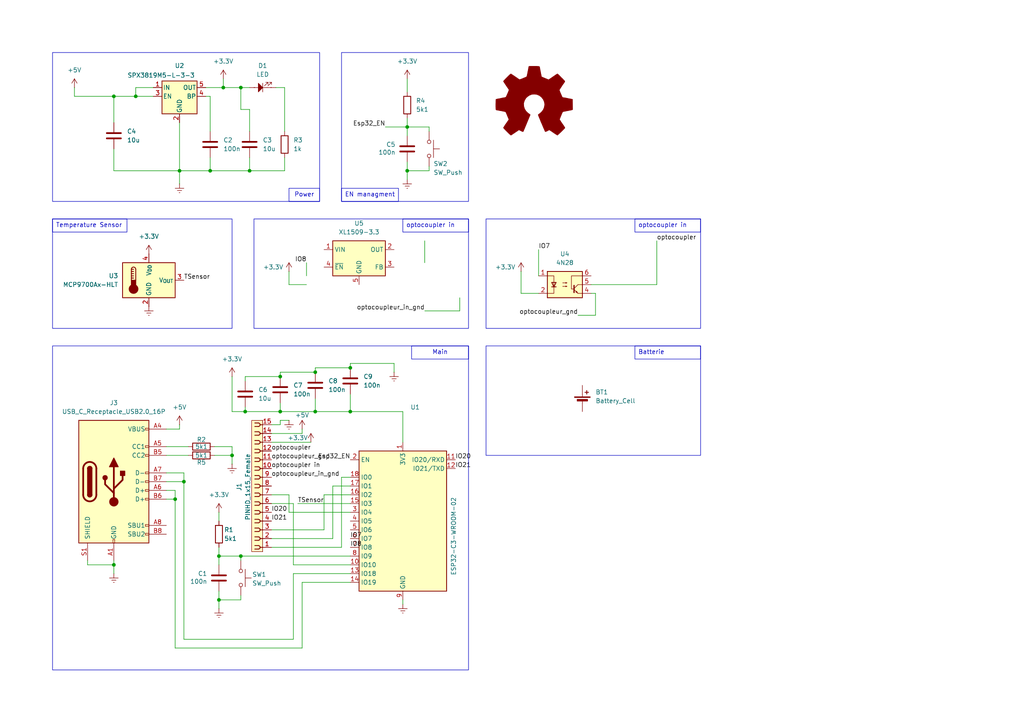
<source format=kicad_sch>
(kicad_sch (version 20231120) (generator "eeschema") (generator_version "8.0")
  (paper "A4")
  (title_block (title "Open Esp32") (rev "0.1"))
  (lib_symbols
    (symbol "Connector:USB_C_Receptacle_USB2.0_16P" (pin_names (offset 1.016))
      (property "Reference" "J" (at 0 22.225 0))
      (property "Value" "USB_C_Receptacle_USB2.0_16P" (at 0 19.685 0))
      (symbol "USB_C_Receptacle_USB2.0_16P_0_0"
        (rectangle (start -0.254 -17.78) (end 0.254 -16.764))
        (rectangle (start 10.16 -14.986) (end 9.144 -15.494))
        (rectangle (start 10.16 -12.446) (end 9.144 -12.954))
        (rectangle (start 10.16 -4.826) (end 9.144 -5.334))
        (rectangle (start 10.16 -2.286) (end 9.144 -2.794))
        (rectangle (start 10.16 0.254) (end 9.144 -0.254))
        (rectangle (start 10.16 2.794) (end 9.144 2.286))
        (rectangle (start 10.16 7.874) (end 9.144 7.366))
        (rectangle (start 10.16 10.414) (end 9.144 9.906))
        (rectangle (start 10.16 15.494) (end 9.144 14.986))
      )
      (symbol "USB_C_Receptacle_USB2.0_16P_0_1"
        (rectangle (start -10.16 17.78) (end 10.16 -17.78) (stroke (width 0.254)) (fill (type background)))
        (arc (start -8.89 -3.81) (mid -6.985 -5.7067) (end -5.08 -3.81) (stroke (width 0.508)))
        (arc (start -7.62 -3.81) (mid -6.985 -4.4423) (end -6.35 -3.81) (stroke (width 0.254)))
        (arc (start -7.62 -3.81) (mid -6.985 -4.4423) (end -6.35 -3.81) (stroke (width 0.254)) (fill (type outline)))
        (rectangle (start -7.62 -3.81) (end -6.35 3.81) (stroke (width 0.254)) (fill (type outline)))
        (arc (start -6.35 3.81) (mid -6.985 4.4423) (end -7.62 3.81) (stroke (width 0.254)))
        (arc (start -6.35 3.81) (mid -6.985 4.4423) (end -7.62 3.81) (stroke (width 0.254)) (fill (type outline)))
        (arc (start -5.08 3.81) (mid -6.985 5.7067) (end -8.89 3.81) (stroke (width 0.508)))
        (circle (center -2.54 1.143) (radius 0.635) (stroke (width 0.254)) (fill (type outline)))
        (circle (center 0 -5.842) (radius 1.27) (fill (type outline)))
        (polyline (pts (xy -8.89 -3.81) (xy -8.89 3.81)) (stroke (width 0.508)))
        (polyline (pts (xy -5.08 3.81) (xy -5.08 -3.81)) (stroke (width 0.508)))
        (polyline (pts (xy 0 -5.842) (xy 0 4.318)) (stroke (width 0.508)))
        (polyline (pts (xy 0 -3.302) (xy -2.54 -0.762) (xy -2.54 0.508)) (stroke (width 0.508)))
        (polyline (pts (xy 0 -2.032) (xy 2.54 0.508) (xy 2.54 1.778)) (stroke (width 0.508)))
        (polyline (pts (xy -1.27 4.318) (xy 0 6.858) (xy 1.27 4.318) (xy -1.27 4.318)) (stroke (width 0.254)) (fill (type outline)))
        (rectangle (start 1.905 1.778) (end 3.175 3.048) (stroke (width 0.254)) (fill (type outline)))
      )
      (symbol "USB_C_Receptacle_USB2.0_16P_1_1"
        (pin passive line (at 0 -22.86 90) (length 5.08) (name "GND") (number "A1"))
        (pin passive line (at 0 -22.86 90) (length 5.08) hide (name "GND") (number "A12"))
        (pin passive line (at 15.24 15.24 180) (length 5.08) (name "VBUS") (number "A4"))
        (pin bidirectional line (at 15.24 10.16 180) (length 5.08) (name "CC1") (number "A5"))
        (pin bidirectional line (at 15.24 -2.54 180) (length 5.08) (name "D+") (number "A6"))
        (pin bidirectional line (at 15.24 2.54 180) (length 5.08) (name "D-") (number "A7"))
        (pin bidirectional line (at 15.24 -12.7 180) (length 5.08) (name "SBU1") (number "A8"))
        (pin passive line (at 15.24 15.24 180) (length 5.08) hide (name "VBUS") (number "A9"))
        (pin passive line (at 0 -22.86 90) (length 5.08) hide (name "GND") (number "B1"))
        (pin passive line (at 0 -22.86 90) (length 5.08) hide (name "GND") (number "B12"))
        (pin passive line (at 15.24 15.24 180) (length 5.08) hide (name "VBUS") (number "B4"))
        (pin bidirectional line (at 15.24 7.62 180) (length 5.08) (name "CC2") (number "B5"))
        (pin bidirectional line (at 15.24 -5.08 180) (length 5.08) (name "D+") (number "B6"))
        (pin bidirectional line (at 15.24 0 180) (length 5.08) (name "D-") (number "B7"))
        (pin bidirectional line (at 15.24 -15.24 180) (length 5.08) (name "SBU2") (number "B8"))
        (pin passive line (at 15.24 15.24 180) (length 5.08) hide (name "VBUS") (number "B9"))
        (pin passive line (at -7.62 -22.86 90) (length 5.08) (name "SHIELD") (number "S1"))
      )
    )
    (symbol "Device:Battery_Cell" (pin_numbers hide) (pin_names (offset 0) hide)
      (property "Reference" "BT" (at 2.54 2.54 0))
      (property "Value" "Battery_Cell" (at 2.54 0 0))
      (symbol "Battery_Cell_0_1"
        (rectangle (start -2.286 1.778) (end 2.286 1.524) (fill (type outline)))
        (rectangle (start -1.524 1.016) (end 1.524 0.508) (fill (type outline)))
        (polyline (pts (xy 0 0.762) (xy 0 0)))
        (polyline (pts (xy 0 1.778) (xy 0 2.54)))
        (polyline (pts (xy 0.762 3.048) (xy 1.778 3.048)) (stroke (width 0.254)))
        (polyline (pts (xy 1.27 3.556) (xy 1.27 2.54)) (stroke (width 0.254)))
      )
      (symbol "Battery_Cell_1_1"
        (pin passive line (at 0 5.08 270) (length 2.54) (name "+") (number "1"))
        (pin passive line (at 0 -2.54 90) (length 2.54) (name "-") (number "2"))
      )
    )
    (symbol "Device:C" (pin_numbers hide) (pin_names (offset 0.254))
      (property "Reference" "C" (at 0.635 2.54 0))
      (property "Value" "C" (at 0.635 -2.54 0))
      (symbol "C_0_1"
        (polyline (pts (xy -2.032 -0.762) (xy 2.032 -0.762)) (stroke (width 0.508)))
        (polyline (pts (xy -2.032 0.762) (xy 2.032 0.762)) (stroke (width 0.508)))
      )
      (symbol "C_1_1"
        (pin passive line (at 0 3.81 270) (length 2.794) (name "~") (number "1"))
        (pin passive line (at 0 -3.81 90) (length 2.794) (name "~") (number "2"))
      )
    )
    (symbol "Device:R" (pin_numbers hide) (pin_names (offset 0))
      (property "Reference" "R" (at 2.032 0 90))
      (property "Value" "R" (at 0 0 90))
      (symbol "R_0_1"
        (rectangle (start -1.016 -2.54) (end 1.016 2.54) (stroke (width 0.254)))
      )
      (symbol "R_1_1"
        (pin passive line (at 0 3.81 270) (length 1.27) (name "~") (number "1"))
        (pin passive line (at 0 -3.81 90) (length 1.27) (name "~") (number "2"))
      )
    )
    (symbol "Graphic:Logo_Open_Hardware_Large" (in_bom no) (on_board no)
      (symbol "Logo_Open_Hardware_Large_1_1"
        (polyline (pts (xy 6.731 -8.7122) (xy 6.6294 -8.6614) (xy 6.35 -8.4836) (xy 5.9944 -8.255) (xy 5.5372 -7.9502) (xy 5.1054 -7.6454) (xy 4.7498 -7.4168) (xy 4.4958 -7.239) (xy 4.3942 -7.1882) (xy 4.318 -7.2136) (xy 4.1148 -7.3152) (xy 3.81 -7.4676) (xy 3.6322 -7.5692) (xy 3.3528 -7.6708) (xy 3.2258 -7.6962) (xy 3.2004 -7.6708) (xy 3.0988 -7.4676) (xy 2.9464 -7.0866) (xy 2.7178 -6.604) (xy 2.4892 -6.0452) (xy 2.2352 -5.4356) (xy 1.9558 -4.826) (xy 1.7272 -4.2164) (xy 1.4986 -3.683) (xy 1.3208 -3.2512) (xy 1.2192 -2.9464) (xy 1.1684 -2.8194) (xy 1.1938 -2.794) (xy 1.3208 -2.667) (xy 1.5748 -2.4892) (xy 2.0828 -2.0574) (xy 2.6162 -1.397) (xy 2.921 -0.6604) (xy 3.048 0.1524) (xy 2.9464 0.9144) (xy 2.6416 1.6256) (xy 2.1336 2.286) (xy 1.524 2.7686) (xy 0.8128 3.0734) (xy 0 3.175) (xy -0.762 3.0988) (xy -1.4986 2.794) (xy -2.159 2.286) (xy -2.4384 1.9812) (xy -2.8194 1.3208) (xy -3.048 0.6096) (xy -3.0734 0.4318) (xy -3.0226 -0.3556) (xy -2.794 -1.0922) (xy -2.3876 -1.7526) (xy -1.8288 -2.3114) (xy -1.7526 -2.3622) (xy -1.4732 -2.5654) (xy -1.2954 -2.6924) (xy -1.1684 -2.8194) (xy -2.159 -5.207) (xy -2.3114 -5.588) (xy -2.5908 -6.2484) (xy -2.8194 -6.8072) (xy -3.0226 -7.2644) (xy -3.1496 -7.5692) (xy -3.2258 -7.6708) (xy -3.2258 -7.6962) (xy -3.302 -7.6962) (xy -3.4798 -7.6454) (xy -3.8354 -7.4676) (xy -4.0386 -7.366) (xy -4.2926 -7.239) (xy -4.4196 -7.1882) (xy -4.5212 -7.239) (xy -4.7498 -7.3914) (xy -5.1054 -7.6454) (xy -5.5372 -7.9248) (xy -5.9436 -8.2042) (xy -6.3246 -8.4582) (xy -6.604 -8.636) (xy -6.731 -8.7122) (xy -6.7564 -8.7122) (xy -6.858 -8.636) (xy -7.0866 -8.4582) (xy -7.4168 -8.1534) (xy -7.874 -7.6962) (xy -7.9502 -7.62) (xy -8.3312 -7.239) (xy -8.636 -6.9088) (xy -8.8392 -6.6802) (xy -8.9154 -6.5786) (xy -8.9154 -6.5786) (xy -8.8392 -6.4516) (xy -8.6614 -6.1722) (xy -8.4328 -5.7912) (xy -8.128 -5.3594) (xy -7.3152 -4.191) (xy -7.7724 -3.0988) (xy -7.8994 -2.7686) (xy -8.0772 -2.3622) (xy -8.2042 -2.0828) (xy -8.255 -1.9558) (xy -8.382 -1.905) (xy -8.6614 -1.8542) (xy -9.0932 -1.7526) (xy -9.6266 -1.651) (xy -10.1092 -1.5748) (xy -10.541 -1.4732) (xy -10.8712 -1.4224) (xy -11.0236 -1.397) (xy -11.049 -1.3716) (xy -11.0744 -1.2954) (xy -11.0998 -1.143) (xy -11.0998 -0.889) (xy -11.1252 -0.4572) (xy -11.1252 0.1524) (xy -11.1252 0.2286) (xy -11.0998 0.8128) (xy -11.0998 1.27) (xy -11.0744 1.5494) (xy -11.0744 1.6764) (xy -11.0744 1.6764) (xy -10.922 1.7018) (xy -10.6172 1.778) (xy -10.16 1.8542) (xy -9.652 1.9558) (xy -9.6012 1.9812) (xy -9.0932 2.0828) (xy -8.636 2.159) (xy -8.3312 2.2352) (xy -8.2042 2.286) (xy -8.1788 2.3114) (xy -8.0772 2.5146) (xy -7.9248 2.8448) (xy -7.747 3.2512) (xy -7.5692 3.6576) (xy -7.4168 4.0386) (xy -7.3152 4.318) (xy -7.2898 4.445) (xy -7.2898 4.445) (xy -7.366 4.572) (xy -7.5438 4.826) (xy -7.7978 5.207) (xy -8.128 5.6642) (xy -8.128 5.6896) (xy -8.4328 6.1468) (xy -8.6868 6.5278) (xy -8.8392 6.7818) (xy -8.9154 6.9088) (xy -8.9154 6.9088) (xy -8.8138 7.0358) (xy -8.5852 7.2898) (xy -8.255 7.6454) (xy -7.874 8.0264) (xy -7.747 8.1534) (xy -7.3152 8.5852) (xy -7.0104 8.8646) (xy -6.8326 8.9916) (xy -6.731 9.0424) (xy -6.731 9.0424) (xy -6.604 8.9408) (xy -6.3246 8.763) (xy -5.9436 8.509) (xy -5.4864 8.2042) (xy -5.461 8.1788) (xy -5.0038 7.874) (xy -4.6482 7.62) (xy -4.3688 7.4422) (xy -4.2672 7.3914) (xy -4.2418 7.3914) (xy -4.064 7.4422) (xy -3.7338 7.5438) (xy -3.3528 7.6962) (xy -2.9464 7.874) (xy -2.5654 8.0264) (xy -2.286 8.1534) (xy -2.159 8.2296) (xy -2.159 8.2296) (xy -2.1082 8.382) (xy -2.032 8.7122) (xy -1.9304 9.1694) (xy -1.8288 9.7282) (xy -1.8034 9.8044) (xy -1.7018 10.3378) (xy -1.6256 10.7696) (xy -1.5748 11.0744) (xy -1.524 11.2014) (xy -1.4478 11.2268) (xy -1.1938 11.2522) (xy -0.8128 11.2522) (xy -0.3302 11.2522) (xy 0.1524 11.2522) (xy 0.6604 11.2522) (xy 1.0668 11.2268) (xy 1.3716 11.2014) (xy 1.4986 11.176) (xy 1.4986 11.176) (xy 1.5494 11.0236) (xy 1.6256 10.6934) (xy 1.7018 10.2108) (xy 1.8288 9.6774) (xy 1.8288 9.5758) (xy 1.9304 9.0424) (xy 2.032 8.6106) (xy 2.0828 8.3058) (xy 2.1336 8.2042) (xy 2.159 8.1788) (xy 2.3876 8.0772) (xy 2.7432 7.9248) (xy 3.175 7.747) (xy 4.191 7.3406) (xy 5.461 8.2042) (xy 5.5626 8.2804) (xy 6.0198 8.5852) (xy 6.3754 8.8392) (xy 6.6294 8.9916) (xy 6.7564 9.0424) (xy 6.7564 9.0424) (xy 6.8834 8.9408) (xy 7.1374 8.7122) (xy 7.4676 8.382) (xy 7.8486 7.9756) (xy 8.1534 7.6962) (xy 8.4836 7.3406) (xy 8.7122 7.112) (xy 8.8392 6.9596) (xy 8.8646 6.858) (xy 8.8646 6.8072) (xy 8.7884 6.6802) (xy 8.6106 6.4008) (xy 8.3312 6.0198) (xy 8.0264 5.588) (xy 7.7978 5.207) (xy 7.5184 4.8006) (xy 7.3406 4.4958) (xy 7.2898 4.3434) (xy 7.2898 4.2926) (xy 7.3914 4.0386) (xy 7.5184 3.683) (xy 7.7216 3.2258) (xy 8.1534 2.2352) (xy 8.7884 2.1082) (xy 9.1948 2.0574) (xy 9.7536 1.9304) (xy 10.2616 1.8288) (xy 11.0998 1.6764) (xy 11.1252 -1.3208) (xy 10.9982 -1.3716) (xy 10.8712 -1.397) (xy 10.5664 -1.4732) (xy 10.1346 -1.5494) (xy 9.6266 -1.651) (xy 9.1948 -1.7272) (xy 8.7376 -1.8288) (xy 8.4328 -1.8796) (xy 8.2804 -1.905) (xy 8.255 -1.9558) (xy 8.1534 -2.159) (xy 7.9756 -2.5146) (xy 7.8232 -2.921) (xy 7.6454 -3.3274) (xy 7.493 -3.7338) (xy 7.366 -4.0132) (xy 7.3406 -4.191) (xy 7.3914 -4.2926) (xy 7.5692 -4.5466) (xy 7.7978 -4.9276) (xy 8.1026 -5.3594) (xy 8.4074 -5.7912) (xy 8.6614 -6.1722) (xy 8.8138 -6.4262) (xy 8.89 -6.5532) (xy 8.8646 -6.6548) (xy 8.6868 -6.858) (xy 8.3566 -7.1882) (xy 7.874 -7.6708) (xy 7.7978 -7.747) (xy 7.3914 -8.128) (xy 7.0612 -8.4328) (xy 6.8326 -8.636) (xy 6.731 -8.7122)) (fill (type outline)))
      )
    )
    (symbol "Isolator:4N28" (pin_names (offset 1.016))
      (property "Reference" "U" (at -5.08 5.08 0))
      (property "Value" "4N28" (at 0 5.08 0))
      (symbol "4N28_0_1"
        (rectangle (start -5.08 3.81) (end 5.08 -3.81) (stroke (width 0.254)) (fill (type background)))
        (polyline (pts (xy -3.81 -0.635) (xy -2.54 -0.635)) (stroke (width 0.254)))
        (polyline (pts (xy 2.667 -1.397) (xy 3.81 -2.54)))
        (polyline (pts (xy 2.667 -1.143) (xy 3.81 0)))
        (polyline (pts (xy 3.81 -2.54) (xy 5.08 -2.54)))
        (polyline (pts (xy 3.81 0) (xy 5.08 0)))
        (polyline (pts (xy 2.667 -0.254) (xy 2.667 -2.286) (xy 2.667 -2.286)) (stroke (width 0.3556)))
        (polyline (pts (xy -5.08 -2.54) (xy -3.175 -2.54) (xy -3.175 2.54) (xy -5.08 2.54)))
        (polyline (pts (xy -3.175 -0.635) (xy -3.81 0.635) (xy -2.54 0.635) (xy -3.175 -0.635)) (stroke (width 0.254)))
        (polyline (pts (xy 3.683 -2.413) (xy 3.429 -1.905) (xy 3.175 -2.159) (xy 3.683 -2.413)))
        (polyline (pts (xy 5.08 2.54) (xy 1.905 2.54) (xy 1.905 -1.27) (xy 2.54 -1.27)))
        (polyline (pts (xy -0.635 -0.508) (xy 0.635 -0.508) (xy 0.254 -0.635) (xy 0.254 -0.381) (xy 0.635 -0.508)))
        (polyline (pts (xy -0.635 0.508) (xy 0.635 0.508) (xy 0.254 0.381) (xy 0.254 0.635) (xy 0.635 0.508)))
      )
      (symbol "4N28_1_1"
        (pin passive line (at -7.62 2.54 0) (length 2.54) (name "~") (number "1"))
        (pin passive line (at -7.62 -2.54 0) (length 2.54) (name "~") (number "2"))
        (pin no_connect line (at -5.08 0 0) (length 2.54) hide (name "NC") (number "3"))
        (pin passive line (at 7.62 -2.54 180) (length 2.54) (name "~") (number "4"))
        (pin passive line (at 7.62 0 180) (length 2.54) (name "~") (number "5"))
        (pin passive line (at 7.62 2.54 180) (length 2.54) (name "~") (number "6"))
      )
    )
    (symbol "PCM_SL_Devices:LED"
      (property "Reference" "D" (at -0.508 5.334 0))
      (property "Value" "LED" (at -0.508 2.794 0))
      (symbol "LED_0_1"
        (polyline (pts (xy -1.27 0) (xy -2.54 0)))
        (polyline (pts (xy 0 1.27) (xy 0 -1.27)))
        (polyline (pts (xy 0.508 0.508) (xy 1.524 1.524)))
        (polyline (pts (xy 1.27 0) (xy 2.54 0)))
        (polyline (pts (xy 1.524 0.508) (xy 2.54 1.524)))
        (polyline (pts (xy 1.524 1.524) (xy 0.889 1.524)))
        (polyline (pts (xy 1.524 1.524) (xy 1.524 0.889)))
        (polyline (pts (xy 2.54 1.524) (xy 1.905 1.524)))
        (polyline (pts (xy 2.54 1.524) (xy 2.54 0.889)))
        (polyline (pts (xy 0 0) (xy -1.27 -1.27) (xy -1.27 1.27) (xy 0 0) (xy 1.27 0)) (fill (type outline)))
      )
      (symbol "LED_1_1"
        (pin passive line (at 3.81 0 180) (length 1.5) (name "~") (number "1"))
        (pin passive line (at -3.81 0 0) (length 1.5) (name "") (number "2"))
      )
    )
    (symbol "PCM_SL_Pin_Headers:PINHD_1x15_Female"
      (property "Reference" "J" (at 0 24.13 0))
      (property "Value" "PINHD_1x15_Female" (at 0 21.59 0))
      (symbol "PINHD_1x15_Female_0_1"
        (rectangle (start -1.27 19.05) (end 1.905 -19.05) (fill (type background)))
        (arc (start -0.508 -17.78) (mid -0.3592 -18.1392) (end 0 -18.288) (stroke (width 0.25)))
        (arc (start -0.508 -15.24) (mid -0.3592 -15.5992) (end 0 -15.748) (stroke (width 0.25)))
        (arc (start -0.508 -12.7) (mid -0.3592 -13.0592) (end 0 -13.208) (stroke (width 0.25)))
        (arc (start -0.508 -10.16) (mid -0.3592 -10.5192) (end 0 -10.668) (stroke (width 0.25)))
        (arc (start -0.508 -7.62) (mid -0.3592 -7.9792) (end 0 -8.128) (stroke (width 0.25)))
        (arc (start -0.508 -5.08) (mid -0.3592 -5.4392) (end 0 -5.588) (stroke (width 0.25)))
        (arc (start -0.508 -2.54) (mid -0.3592 -2.8992) (end 0 -3.048) (stroke (width 0.25)))
        (arc (start -0.508 0) (mid -0.3592 -0.3592) (end 0 -0.508) (stroke (width 0.25)))
        (arc (start -0.508 2.54) (mid -0.3592 2.1808) (end 0 2.032) (stroke (width 0.25)))
        (arc (start -0.508 5.08) (mid -0.3592 4.7208) (end 0 4.572) (stroke (width 0.25)))
        (arc (start -0.508 7.62) (mid -0.3592 7.2608) (end 0 7.112) (stroke (width 0.25)))
        (arc (start -0.508 10.16) (mid -0.3592 9.8008) (end 0 9.652) (stroke (width 0.25)))
        (arc (start -0.508 12.7) (mid -0.3592 12.3408) (end 0 12.192) (stroke (width 0.25)))
        (arc (start -0.508 15.24) (mid -0.3592 14.8808) (end 0 14.732) (stroke (width 0.25)))
        (arc (start -0.508 17.78) (mid -0.3592 17.4208) (end 0 17.272) (stroke (width 0.25)))
        (arc (start 0 -17.272) (mid -0.3592 -17.4208) (end -0.508 -17.78) (stroke (width 0.25)))
        (arc (start 0 -14.732) (mid -0.3592 -14.8808) (end -0.508 -15.24) (stroke (width 0.25)))
        (arc (start 0 -12.192) (mid -0.3592 -12.3408) (end -0.508 -12.7) (stroke (width 0.25)))
        (arc (start 0 -9.652) (mid -0.3592 -9.8008) (end -0.508 -10.16) (stroke (width 0.25)))
        (arc (start 0 -7.112) (mid -0.3592 -7.2608) (end -0.508 -7.62) (stroke (width 0.25)))
        (arc (start 0 -4.572) (mid -0.3592 -4.7208) (end -0.508 -5.08) (stroke (width 0.25)))
        (arc (start 0 -2.032) (mid -0.3592 -2.1808) (end -0.508 -2.54) (stroke (width 0.25)))
        (polyline (pts (xy -1.27 -17.78) (xy -0.508 -17.78)) (stroke (width 0.25)))
        (polyline (pts (xy -1.27 -15.24) (xy -0.508 -15.24)) (stroke (width 0.25)))
        (polyline (pts (xy -1.27 -12.7) (xy -0.508 -12.7)) (stroke (width 0.25)))
        (polyline (pts (xy -1.27 -10.16) (xy -0.508 -10.16)) (stroke (width 0.25)))
        (polyline (pts (xy -1.27 -7.62) (xy -0.508 -7.62)) (stroke (width 0.25)))
        (polyline (pts (xy -1.27 -5.08) (xy -0.508 -5.08)) (stroke (width 0.25)))
        (polyline (pts (xy -1.27 -2.54) (xy -0.508 -2.54)) (stroke (width 0.25)))
        (polyline (pts (xy -1.27 0) (xy -0.508 0)) (stroke (width 0.25)))
        (polyline (pts (xy -1.27 2.54) (xy -0.508 2.54)) (stroke (width 0.25)))
        (polyline (pts (xy -1.27 5.08) (xy -0.508 5.08)) (stroke (width 0.25)))
        (polyline (pts (xy -1.27 7.62) (xy -0.508 7.62)) (stroke (width 0.25)))
        (polyline (pts (xy -1.27 10.16) (xy -0.508 10.16)) (stroke (width 0.25)))
        (polyline (pts (xy -1.27 12.7) (xy -0.508 12.7)) (stroke (width 0.25)))
        (polyline (pts (xy -1.27 15.24) (xy -0.508 15.24)) (stroke (width 0.25)))
        (polyline (pts (xy -1.27 17.78) (xy -0.508 17.78)) (stroke (width 0.25)))
        (polyline (pts (xy 0 -18.288) (xy 1.016 -18.288)) (stroke (width 0.25)))
        (polyline (pts (xy 0 -17.272) (xy 1.016 -17.272)) (stroke (width 0.25)))
        (polyline (pts (xy 0 -15.748) (xy 1.016 -15.748)) (stroke (width 0.25)))
        (polyline (pts (xy 0 -14.732) (xy 1.016 -14.732)) (stroke (width 0.25)))
        (polyline (pts (xy 0 -13.208) (xy 1.016 -13.208)) (stroke (width 0.25)))
        (polyline (pts (xy 0 -12.192) (xy 1.016 -12.192)) (stroke (width 0.25)))
        (polyline (pts (xy 0 -10.668) (xy 1.016 -10.668)) (stroke (width 0.25)))
        (polyline (pts (xy 0 -9.652) (xy 1.016 -9.652)) (stroke (width 0.25)))
        (polyline (pts (xy 0 -8.128) (xy 1.016 -8.128)) (stroke (width 0.25)))
        (polyline (pts (xy 0 -7.112) (xy 1.016 -7.112)) (stroke (width 0.25)))
        (polyline (pts (xy 0 -5.588) (xy 1.016 -5.588)) (stroke (width 0.25)))
        (polyline (pts (xy 0 -4.572) (xy 1.016 -4.572)) (stroke (width 0.25)))
        (polyline (pts (xy 0 -3.048) (xy 1.016 -3.048)) (stroke (width 0.25)))
        (polyline (pts (xy 0 -2.032) (xy 1.016 -2.032)) (stroke (width 0.25)))
        (polyline (pts (xy 0 -0.508) (xy 1.016 -0.508)) (stroke (width 0.25)))
        (polyline (pts (xy 0 0.508) (xy 1.016 0.508)) (stroke (width 0.25)))
        (polyline (pts (xy 0 2.032) (xy 1.016 2.032)) (stroke (width 0.25)))
        (polyline (pts (xy 0 3.048) (xy 1.016 3.048)) (stroke (width 0.25)))
        (polyline (pts (xy 0 4.572) (xy 1.016 4.572)) (stroke (width 0.25)))
        (polyline (pts (xy 0 5.588) (xy 1.016 5.588)) (stroke (width 0.25)))
        (polyline (pts (xy 0 7.112) (xy 1.016 7.112)) (stroke (width 0.25)))
        (polyline (pts (xy 0 8.128) (xy 1.016 8.128)) (stroke (width 0.25)))
        (polyline (pts (xy 0 9.652) (xy 1.016 9.652)) (stroke (width 0.25)))
        (polyline (pts (xy 0 10.668) (xy 1.016 10.668)) (stroke (width 0.25)))
        (polyline (pts (xy 0 12.192) (xy 1.016 12.192)) (stroke (width 0.25)))
        (polyline (pts (xy 0 13.208) (xy 1.016 13.208)) (stroke (width 0.25)))
        (polyline (pts (xy 0 14.732) (xy 1.016 14.732)) (stroke (width 0.25)))
        (polyline (pts (xy 0 15.748) (xy 1.016 15.748)) (stroke (width 0.25)))
        (polyline (pts (xy 0 17.272) (xy 1.016 17.272)) (stroke (width 0.25)))
        (polyline (pts (xy 0 18.288) (xy 1.016 18.288)) (stroke (width 0.25)))
        (arc (start 0 0.508) (mid -0.3592 0.3592) (end -0.508 0) (stroke (width 0.25)))
        (arc (start 0 3.048) (mid -0.3592 2.8992) (end -0.508 2.54) (stroke (width 0.25)))
        (arc (start 0 5.588) (mid -0.3592 5.4392) (end -0.508 5.08) (stroke (width 0.25)))
        (arc (start 0 8.128) (mid -0.3592 7.9792) (end -0.508 7.62) (stroke (width 0.25)))
        (arc (start 0 10.668) (mid -0.3592 10.5192) (end -0.508 10.16) (stroke (width 0.25)))
        (arc (start 0 13.208) (mid -0.3592 13.0592) (end -0.508 12.7) (stroke (width 0.25)))
        (arc (start 0 15.748) (mid -0.3592 15.5992) (end -0.508 15.24) (stroke (width 0.25)))
        (arc (start 0 18.288) (mid -0.3592 18.1392) (end -0.508 17.78) (stroke (width 0.25)))
      )
      (symbol "PINHD_1x15_Female_1_1"
        (pin passive line (at -3.81 17.78 0) (length 2.54) (name "") (number "1"))
        (pin passive line (at -3.81 -5.08 0) (length 2.54) (name "") (number "10"))
        (pin passive line (at -3.81 -7.62 0) (length 2.54) (name "") (number "11"))
        (pin passive line (at -3.81 -10.16 0) (length 2.54) (name "") (number "12"))
        (pin passive line (at -3.81 -12.7 0) (length 2.54) (name "") (number "13"))
        (pin passive line (at -3.81 -15.24 0) (length 2.54) (name "") (number "14"))
        (pin passive line (at -3.81 -17.78 0) (length 2.54) (name "") (number "15"))
        (pin passive line (at -3.81 15.24 0) (length 2.54) (name "") (number "2"))
        (pin passive line (at -3.81 12.7 0) (length 2.54) (name "") (number "3"))
        (pin passive line (at -3.81 10.16 0) (length 2.54) (name "") (number "4"))
        (pin passive line (at -3.81 7.62 0) (length 2.54) (name "") (number "5"))
        (pin passive line (at -3.81 5.08 0) (length 2.54) (name "") (number "6"))
        (pin passive line (at -3.81 2.54 0) (length 2.54) (name "") (number "7"))
        (pin passive line (at -3.81 0 0) (length 2.54) (name "") (number "8"))
        (pin passive line (at -3.81 -2.54 0) (length 2.54) (name "") (number "9"))
      )
    )
    (symbol "RF_Module:ESP32-C3-WROOM-02"
      (property "Reference" "U" (at -12.192 21.336 0))
      (property "Value" "ESP32-C3-WROOM-02" (at 12.192 21.336 0))
      (symbol "ESP32-C3-WROOM-02_1_1"
        (rectangle (start -12.7 20.32) (end 12.7 -20.32) (stroke (width 0.254)) (fill (type background)))
        (pin power_in line (at 0 22.86 270) (length 2.54) (name "3V3") (number "1"))
        (pin bidirectional line (at -15.24 -12.7 0) (length 2.54) (name "IO10") (number "10"))
        (pin bidirectional line (at 15.24 17.78 180) (length 2.54) (name "IO20/RXD") (number "11"))
        (pin bidirectional line (at 15.24 15.24 180) (length 2.54) (name "IO21/TXD") (number "12"))
        (pin bidirectional line (at -15.24 -15.24 0) (length 2.54) (name "IO18") (number "13"))
        (pin bidirectional line (at -15.24 -17.78 0) (length 2.54) (name "IO19") (number "14"))
        (pin bidirectional line (at -15.24 5.08 0) (length 2.54) (name "IO3") (number "15"))
        (pin bidirectional line (at -15.24 7.62 0) (length 2.54) (name "IO2") (number "16"))
        (pin bidirectional line (at -15.24 10.16 0) (length 2.54) (name "IO1") (number "17"))
        (pin bidirectional line (at -15.24 12.7 0) (length 2.54) (name "IO0") (number "18"))
        (pin passive line (at 0 -22.86 90) (length 2.54) hide (name "GND") (number "19"))
        (pin input line (at -15.24 17.78 0) (length 2.54) (name "EN") (number "2"))
        (pin bidirectional line (at -15.24 2.54 0) (length 2.54) (name "IO4") (number "3"))
        (pin bidirectional line (at -15.24 0 0) (length 2.54) (name "IO5") (number "4"))
        (pin bidirectional line (at -15.24 -2.54 0) (length 2.54) (name "IO6") (number "5"))
        (pin bidirectional line (at -15.24 -5.08 0) (length 2.54) (name "IO7") (number "6"))
        (pin bidirectional line (at -15.24 -7.62 0) (length 2.54) (name "IO8") (number "7"))
        (pin bidirectional line (at -15.24 -10.16 0) (length 2.54) (name "IO9") (number "8"))
        (pin power_in line (at 0 -22.86 90) (length 2.54) (name "GND") (number "9"))
      )
    )
    (symbol "Regulator_Linear:SPX3819M5-L-3-3" (pin_names (offset 0.254))
      (property "Reference" "U" (at -3.81 5.715 0))
      (property "Value" "SPX3819M5-L-3-3" (at 0 5.715 0))
      (symbol "SPX3819M5-L-3-3_0_1"
        (rectangle (start -5.08 4.445) (end 5.08 -5.08) (stroke (width 0.254)) (fill (type background)))
      )
      (symbol "SPX3819M5-L-3-3_1_1"
        (pin power_in line (at -7.62 2.54 0) (length 2.54) (name "IN") (number "1"))
        (pin power_in line (at 0 -7.62 90) (length 2.54) (name "GND") (number "2"))
        (pin input line (at -7.62 0 0) (length 2.54) (name "EN") (number "3"))
        (pin input line (at 7.62 0 180) (length 2.54) (name "BP") (number "4"))
        (pin power_out line (at 7.62 2.54 180) (length 2.54) (name "OUT") (number "5"))
      )
    )
    (symbol "Regulator_Switching:XL1509-3.3"
      (property "Reference" "U" (at -7.112 6.096 0))
      (property "Value" "XL1509-3.3" (at 5.842 6.096 0))
      (symbol "XL1509-3.3_0_1"
        (rectangle (start -7.62 5.08) (end 7.62 -5.08) (stroke (width 0.254)) (fill (type background)))
      )
      (symbol "XL1509-3.3_1_1"
        (pin power_in line (at -10.16 2.54 0) (length 2.54) (name "VIN") (number "1"))
        (pin power_out line (at 10.16 2.54 180) (length 2.54) (name "OUT") (number "2"))
        (pin input line (at 10.16 -2.54 180) (length 2.54) (name "FB") (number "3"))
        (pin input line (at -10.16 -2.54 0) (length 2.54) (name "~{EN}") (number "4"))
        (pin power_in line (at 0 -7.62 90) (length 2.54) (name "GND") (number "5"))
        (pin passive line (at 0 -7.62 90) (length 2.54) hide (name "GND") (number "6"))
        (pin passive line (at 0 -7.62 90) (length 2.54) hide (name "GND") (number "7"))
        (pin passive line (at 0 -7.62 90) (length 2.54) hide (name "GND") (number "8"))
      )
    )
    (symbol "Sensor_Temperature:MCP9700Ax-HLT"
      (property "Reference" "U" (at -6.35 6.35 0))
      (property "Value" "MCP9700Ax-HLT" (at 1.27 6.35 0))
      (symbol "MCP9700Ax-HLT_0_1"
        (rectangle (start -7.62 5.08) (end 7.62 -5.08) (stroke (width 0.254)) (fill (type background)))
        (circle (center -4.445 -2.54) (radius 1.27) (stroke (width 0.254)) (fill (type outline)))
        (rectangle (start -3.81 -1.905) (end -5.08 0) (stroke (width 0.254)) (fill (type outline)))
        (arc (start -3.81 3.175) (mid -4.445 3.8073) (end -5.08 3.175) (stroke (width 0.254)))
        (polyline (pts (xy -5.08 0.635) (xy -4.445 0.635)) (stroke (width 0.254)))
        (polyline (pts (xy -5.08 1.27) (xy -4.445 1.27)) (stroke (width 0.254)))
        (polyline (pts (xy -5.08 1.905) (xy -4.445 1.905)) (stroke (width 0.254)))
        (polyline (pts (xy -5.08 2.54) (xy -4.445 2.54)) (stroke (width 0.254)))
        (polyline (pts (xy -5.08 3.175) (xy -5.08 0)) (stroke (width 0.254)))
        (polyline (pts (xy -5.08 3.175) (xy -4.445 3.175)) (stroke (width 0.254)))
        (polyline (pts (xy -3.81 3.175) (xy -3.81 0)) (stroke (width 0.254)))
      )
      (symbol "MCP9700Ax-HLT_1_1"
        (pin no_connect line (at 7.62 -2.54 180) (length 2.54) hide (name "NC") (number "1"))
        (pin power_in line (at 0 -7.62 90) (length 2.54) (name "GND") (number "2"))
        (pin output line (at 10.16 0 180) (length 2.54) (name "V_{OUT}") (number "3"))
        (pin power_in line (at 0 7.62 270) (length 2.54) (name "V_{DD}") (number "4"))
        (pin no_connect line (at 7.62 2.54 180) (length 2.54) hide (name "NC") (number "5"))
      )
    )
    (symbol "Switch:SW_Push" (pin_numbers hide) (pin_names (offset 1.016) hide)
      (property "Reference" "SW" (at 1.27 2.54 0))
      (property "Value" "SW_Push" (at 0 -1.524 0))
      (symbol "SW_Push_0_1"
        (circle (center -2.032 0) (radius 0.508))
        (polyline (pts (xy 0 1.27) (xy 0 3.048)))
        (polyline (pts (xy 2.54 1.27) (xy -2.54 1.27)))
        (circle (center 2.032 0) (radius 0.508))
        (pin passive line (at -5.08 0 0) (length 2.54) (name "1") (number "1"))
        (pin passive line (at 5.08 0 180) (length 2.54) (name "2") (number "2"))
      )
    )
    (symbol "power:+3.3V" (power) (pin_numbers hide) (pin_names (offset 0) hide)
      (property "Value" "+3.3V" (at 0 3.556 0))
      (symbol "+3.3V_0_1"
        (polyline (pts (xy -0.762 1.27) (xy 0 2.54)))
        (polyline (pts (xy 0 0) (xy 0 2.54)))
        (polyline (pts (xy 0 2.54) (xy 0.762 1.27)))
      )
      (symbol "+3.3V_1_1"
        (pin power_in line (at 0 0 90) (length 0) (name "~") (number "1"))
      )
    )
    (symbol "power:+5V" (power) (pin_numbers hide) (pin_names (offset 0) hide)
      (property "Value" "+5V" (at 0 3.556 0))
      (symbol "+5V_0_1"
        (polyline (pts (xy -0.762 1.27) (xy 0 2.54)))
        (polyline (pts (xy 0 0) (xy 0 2.54)))
        (polyline (pts (xy 0 2.54) (xy 0.762 1.27)))
      )
      (symbol "+5V_1_1"
        (pin power_in line (at 0 0 90) (length 0) (name "~") (number "1"))
      )
    )
    (symbol "power:Earth" (power) (pin_numbers hide) (pin_names (offset 0) hide)
      (property "Value" "Earth" (at 0 -3.81 0))
      (symbol "Earth_0_1"
        (polyline (pts (xy -0.635 -1.905) (xy 0.635 -1.905)))
        (polyline (pts (xy -0.127 -2.54) (xy 0.127 -2.54)))
        (polyline (pts (xy 0 -1.27) (xy 0 0)))
        (polyline (pts (xy 1.27 -1.27) (xy -1.27 -1.27)))
      )
      (symbol "Earth_1_1"
        (pin power_in line (at 0 0 270) (length 0) (name "~") (number "1"))
      )
    )
  )
  (junction (at 118.11 49.53))
  (junction (at 63.5 161.29))
  (junction (at 33.02 163.83))
  (junction (at 69.85 25.4))
  (junction (at 71.12 119.38))
  (junction (at 91.44 107.95))
  (junction (at 101.6 106.68))
  (junction (at 64.77 25.4))
  (junction (at 33.02 27.94))
  (junction (at 39.37 27.94))
  (junction (at 52.07 49.53))
  (junction (at 118.11 36.83))
  (junction (at 60.96 49.53))
  (junction (at 81.28 109.22))
  (junction (at 67.31 132.08))
  (junction (at 53.34 139.7))
  (junction (at 72.39 49.53))
  (junction (at 50.8 144.78))
  (junction (at 63.5 173.99))
  (junction (at 69.85 161.29))
  (junction (at 91.44 119.38))
  (junction (at 101.6 119.38))
  (junction (at 81.28 119.38))
  (wire (pts (xy 101.6 163.83) (xy 85.09 163.83)))
  (wire (pts (xy 63.5 171.45) (xy 63.5 173.99)))
  (wire (pts (xy 25.4 163.83) (xy 25.4 162.56)))
  (wire (pts (xy 87.63 187.96) (xy 87.63 168.91)))
  (wire (pts (xy 63.5 151.13) (xy 63.5 148.59)))
  (wire (pts (xy 50.8 144.78) (xy 50.8 187.96)))
  (wire (pts (xy 54.61 132.08) (xy 48.26 132.08)))
  (wire (pts (xy 33.02 49.53) (xy 52.07 49.53)))
  (wire (pts (xy 124.46 38.1) (xy 124.46 36.83)))
  (wire (pts (xy 101.6 166.37) (xy 85.09 166.37)))
  (wire (pts (xy 101.6 114.3) (xy 101.6 119.38)))
  (wire (pts (xy 118.11 46.99) (xy 118.11 49.53)))
  (wire (pts (xy 124.46 49.53) (xy 118.11 49.53)))
  (wire (pts (xy 85.09 185.42) (xy 53.34 185.42)))
  (wire (pts (xy 33.02 163.83) (xy 33.02 166.37)))
  (wire (pts (xy 25.4 163.83) (xy 33.02 163.83)))
  (wire (pts (xy 88.9 80.01) (xy 88.9 76.2)))
  (wire (pts (xy 63.5 173.99) (xy 63.5 176.53)))
  (wire (pts (xy 91.44 106.68) (xy 91.44 107.95)))
  (wire (pts (xy 172.72 85.09) (xy 171.45 85.09)))
  (wire (pts (xy 72.39 25.4) (xy 69.85 25.4)))
  (wire (pts (xy 101.6 148.59) (xy 83.82 148.59)))
  (wire (pts (xy 52.07 53.34) (xy 52.07 49.53)))
  (wire (pts (xy 124.46 48.26) (xy 124.46 49.53)))
  (wire (pts (xy 116.84 173.99) (xy 116.84 175.26)))
  (wire (pts (xy 48.26 129.54) (xy 54.61 129.54)))
  (wire (pts (xy 60.96 27.94) (xy 60.96 38.1)))
  (wire (pts (xy 101.6 138.43) (xy 99.06 138.43)))
  (wire (pts (xy 91.44 119.38) (xy 101.6 119.38)))
  (wire (pts (xy 71.12 119.38) (xy 81.28 119.38)))
  (wire (pts (xy 72.39 31.75) (xy 69.85 31.75)))
  (wire (pts (xy 99.06 138.43) (xy 99.06 158.75)))
  (wire (pts (xy 69.85 161.29) (xy 63.5 161.29)))
  (wire (pts (xy 50.8 142.24) (xy 50.8 144.78)))
  (wire (pts (xy 124.46 36.83) (xy 118.11 36.83)))
  (wire (pts (xy 48.26 144.78) (xy 50.8 144.78)))
  (wire (pts (xy 87.63 124.46) (xy 87.63 125.73)))
  (wire (pts (xy 39.37 27.94) (xy 44.45 27.94)))
  (wire (pts (xy 93.98 143.51) (xy 93.98 153.67)))
  (wire (pts (xy 81.28 116.84) (xy 81.28 119.38)))
  (wire (pts (xy 81.28 107.95) (xy 91.44 107.95)))
  (wire (pts (xy 99.06 158.75) (xy 78.74 158.75)))
  (wire (pts (xy 60.96 49.53) (xy 72.39 49.53)))
  (wire (pts (xy 48.26 142.24) (xy 50.8 142.24)))
  (wire (pts (xy 59.69 27.94) (xy 60.96 27.94)))
  (wire (pts (xy 48.26 124.46) (xy 52.07 124.46)))
  (wire (pts (xy 91.44 115.57) (xy 91.44 119.38)))
  (wire (pts (xy 80.01 25.4) (xy 82.55 25.4)))
  (wire (pts (xy 21.59 27.94) (xy 33.02 27.94)))
  (wire (pts (xy 156.21 85.09) (xy 151.13 85.09)))
  (wire (pts (xy 114.3 105.41) (xy 114.3 107.95)))
  (wire (pts (xy 69.85 31.75) (xy 69.85 25.4)))
  (wire (pts (xy 52.07 123.19) (xy 52.07 124.46)))
  (wire (pts (xy 72.39 49.53) (xy 82.55 49.53)))
  (wire (pts (xy 63.5 163.83) (xy 63.5 161.29)))
  (wire (pts (xy 62.23 129.54) (xy 67.31 129.54)))
  (wire (pts (xy 69.85 162.56) (xy 69.85 161.29)))
  (wire (pts (xy 69.85 173.99) (xy 63.5 173.99)))
  (wire (pts (xy 156.21 72.39) (xy 156.21 80.01)))
  (wire (pts (xy 78.74 143.51) (xy 83.82 143.51)))
  (wire (pts (xy 50.8 187.96) (xy 87.63 187.96)))
  (wire (pts (xy 67.31 119.38) (xy 71.12 119.38)))
  (wire (pts (xy 111.76 36.83) (xy 118.11 36.83)))
  (wire (pts (xy 87.63 168.91) (xy 101.6 168.91)))
  (wire (pts (xy 53.34 137.16) (xy 48.26 137.16)))
  (wire (pts (xy 81.28 119.38) (xy 91.44 119.38)))
  (wire (pts (xy 190.5 82.55) (xy 171.45 82.55)))
  (wire (pts (xy 39.37 25.4) (xy 39.37 27.94)))
  (wire (pts (xy 69.85 172.72) (xy 69.85 173.99)))
  (wire (pts (xy 53.34 139.7) (xy 53.34 137.16)))
  (wire (pts (xy 190.5 69.85) (xy 190.5 82.55)))
  (wire (pts (xy 64.77 25.4) (xy 69.85 25.4)))
  (wire (pts (xy 87.63 125.73) (xy 78.74 125.73)))
  (wire (pts (xy 33.02 49.53) (xy 33.02 43.18)))
  (wire (pts (xy 71.12 109.22) (xy 81.28 109.22)))
  (wire (pts (xy 82.55 49.53) (xy 82.55 45.72)))
  (wire (pts (xy 81.28 121.92) (xy 83.82 121.92)))
  (wire (pts (xy 123.19 69.85) (xy 123.19 76.2)))
  (wire (pts (xy 101.6 105.41) (xy 101.6 106.68)))
  (wire (pts (xy 39.37 25.4) (xy 44.45 25.4)))
  (wire (pts (xy 52.07 35.56) (xy 52.07 49.53)))
  (wire (pts (xy 67.31 129.54) (xy 67.31 132.08)))
  (wire (pts (xy 96.52 140.97) (xy 96.52 156.21)))
  (wire (pts (xy 53.34 185.42) (xy 53.34 139.7)))
  (wire (pts (xy 52.07 49.53) (xy 60.96 49.53)))
  (wire (pts (xy 96.52 156.21) (xy 78.74 156.21)))
  (wire (pts (xy 82.55 25.4) (xy 82.55 38.1)))
  (wire (pts (xy 118.11 36.83) (xy 118.11 34.29)))
  (wire (pts (xy 67.31 119.38) (xy 67.31 109.22)))
  (wire (pts (xy 60.96 49.53) (xy 60.96 45.72)))
  (wire (pts (xy 78.74 128.27) (xy 90.17 128.27)))
  (wire (pts (xy 64.77 22.86) (xy 64.77 25.4)))
  (wire (pts (xy 85.09 163.83) (xy 85.09 146.05)))
  (wire (pts (xy 118.11 26.67) (xy 118.11 22.86)))
  (wire (pts (xy 86.36 146.05) (xy 101.6 146.05)))
  (wire (pts (xy 21.59 27.94) (xy 21.59 25.4)))
  (wire (pts (xy 91.44 106.68) (xy 101.6 106.68)))
  (wire (pts (xy 64.77 25.4) (xy 59.69 25.4)))
  (wire (pts (xy 133.35 90.17) (xy 123.19 90.17)))
  (wire (pts (xy 48.26 139.7) (xy 53.34 139.7)))
  (wire (pts (xy 81.28 107.95) (xy 81.28 109.22)))
  (wire (pts (xy 101.6 119.38) (xy 116.84 119.38)))
  (wire (pts (xy 33.02 27.94) (xy 39.37 27.94)))
  (wire (pts (xy 101.6 105.41) (xy 114.3 105.41)))
  (wire (pts (xy 101.6 140.97) (xy 96.52 140.97)))
  (wire (pts (xy 151.13 85.09) (xy 151.13 78.74)))
  (wire (pts (xy 172.72 91.44) (xy 167.64 91.44)))
  (wire (pts (xy 85.09 146.05) (xy 78.74 146.05)))
  (wire (pts (xy 88.9 82.55) (xy 83.82 82.55)))
  (wire (pts (xy 85.09 166.37) (xy 85.09 185.42)))
  (wire (pts (xy 81.28 121.92) (xy 81.28 123.19)))
  (wire (pts (xy 33.02 163.83) (xy 33.02 162.56)))
  (wire (pts (xy 172.72 85.09) (xy 172.72 91.44)))
  (wire (pts (xy 72.39 49.53) (xy 72.39 45.72)))
  (wire (pts (xy 71.12 118.11) (xy 71.12 119.38)))
  (wire (pts (xy 118.11 39.37) (xy 118.11 36.83)))
  (wire (pts (xy 62.23 132.08) (xy 67.31 132.08)))
  (wire (pts (xy 67.31 132.08) (xy 67.31 134.62)))
  (wire (pts (xy 33.02 27.94) (xy 33.02 35.56)))
  (wire (pts (xy 83.82 148.59) (xy 83.82 143.51)))
  (wire (pts (xy 69.85 161.29) (xy 101.6 161.29)))
  (wire (pts (xy 71.12 109.22) (xy 71.12 110.49)))
  (wire (pts (xy 72.39 31.75) (xy 72.39 38.1)))
  (wire (pts (xy 83.82 82.55) (xy 83.82 78.74)))
  (wire (pts (xy 81.28 123.19) (xy 78.74 123.19)))
  (wire (pts (xy 116.84 119.38) (xy 116.84 128.27)))
  (wire (pts (xy 133.35 86.36) (xy 133.35 90.17)))
  (wire (pts (xy 118.11 49.53) (xy 118.11 52.07)))
  (wire (pts (xy 93.98 153.67) (xy 78.74 153.67)))
  (wire (pts (xy 63.5 161.29) (xy 63.5 158.75)))
  (wire (pts (xy 101.6 143.51) (xy 93.98 143.51)))
  (rectangle (start 140.97 63.5) (end 203.2 95.25))
  (rectangle (start 140.97 100.33) (end 203.2 132.08))
  (rectangle (start 15.24 63.5) (end 67.31 95.25))
  (rectangle (start 15.24 15.24) (end 92.71 58.42))
  (rectangle (start 99.06 15.24) (end 135.89 58.42))
  (rectangle (start 15.24 100.33) (end 135.89 194.31))
  (rectangle (start 73.66 63.5) (end 135.89 95.25))
  (text_box "Power\n" (at 83.82 54.61 0) (size 8.89 3.81) (effects (font (size 1.27 1.27)) (justify top)))
  (text_box "Temperature Sensor" (at 15.24 63.5 0) (size 21.59 3.81) (effects (font (size 1.27 1.27)) (justify left top)))
  (text_box "EN managment" (at 99.06 54.61 0) (size 16.51 3.81) (effects (font (size 1.27 1.27)) (justify left top)))
  (text_box "optocoupler in" (at 116.84 63.5 0) (size 19.05 3.81) (effects (font (size 1.27 1.27)) (justify left top)))
  (text_box "Main" (at 119.38 100.33 0) (size 16.51 3.81) (effects (font (size 1.27 1.27)) (justify top)))
  (text_box "optocoupler in" (at 184.15 63.5 0) (size 19.05 3.81) (effects (font (size 1.27 1.27)) (justify left top)))
  (text_box "Batterie" (at 184.15 100.33 0) (size 19.05 3.81) (effects (font (size 1.27 1.27)) (justify left top)))
  (label "IO8" (at 88.9 76.2 180))
  (label "Esp32_EN" (at 101.6 133.35 180))
  (label "optocoupleur_in_gnd" (at 78.74 138.43 0))
  (label "TSensor" (at 53.34 81.28 0))
  (label "TSensor" (at 86.36 146.05 0))
  (label "IO7" (at 156.21 72.39 0))
  (label "optocoupleur_gnd" (at 167.64 91.44 180))
  (label "IO7" (at 101.6 156.21 0))
  (label "optocoupler" (at 190.5 69.85 0))
  (label "optocoupleur_in_gnd" (at 123.19 90.17 180))
  (label "IO20" (at 78.74 148.59 0))
  (label "IO8" (at 101.6 158.75 0))
  (label "optocoupler" (at 78.74 130.81 0))
  (label "optocoupleur_gnd" (at 78.74 133.35 0))
  (label "Esp32_EN" (at 111.76 36.83 180))
  (label "optocoupler in" (at 78.74 135.89 0))
  (label "IO20" (at 132.08 133.35 0))
  (label "IO21" (at 132.08 135.89 0))
  (label "IO21" (at 78.74 151.13 0))
  (symbol (lib_id "Device:C") (at 63.5 167.64 0) (unit 1)
    (property "Reference" "C1" (at 57.404 166.37 0) (effects (justify left)))
    (property "Value" "100n" (at 55.118 168.656 0) (effects (justify left)))
    (property "Footprint" "Capacitor_SMD:C_0201_0603Metric" (effects (hide yes)))
    (property "Description" "Unpolarized capacitor" (effects (hide yes)))
  )
  (symbol (lib_id "PCM_SL_Pin_Headers:PINHD_1x15_Female") (at 74.93 140.97 180) (unit 1)
    (property "Reference" "J1" (at 69.342 141.224 90))
    (property "Value" "PINHD_1x15_Female" (at 71.882 141.224 90))
    (property "Footprint" "Connector_PinSocket_2.54mm:PinSocket_1x15_P2.54mm_Vertical" (effects (hide yes)))
    (property "Description" "Pin Header female with pin space 2.54mm. Pin Count - 15" (effects (hide yes)))
  )
  (symbol (lib_id "Sensor_Temperature:MCP9700Ax-HLT") (at 43.18 81.28 0) (unit 1)
    (property "Reference" "U3" (at 34.29 80.0099 0) (effects (justify right)))
    (property "Value" "MCP9700Ax-HLT" (at 34.29 82.5499 0) (effects (justify right)))
    (property "Footprint" "Package_TO_SOT_SMD:SOT-353_SC-70-5" (effects (hide yes)))
    (property "Datasheet" "http://ww1.microchip.com/downloads/en/devicedoc/20001942g.pdf" (effects (hide yes)))
    (property "Description" "Low power, analog thermistor temperature sensor, ±2C accuracy, -40C to +150C, in SC-70-5" (effects (hide yes)))
  )
  (symbol (lib_id "power:+3.3V") (at 151.13 78.74 0) (unit 1)
    (property "Reference" "#PWR20" (effects (hide yes)))
    (property "Value" "+3.3V" (at 146.558 77.47 0))
    (property "Description" "Power symbol creates a global label with name \"+3.3V\"" (effects (hide yes)))
  )
  (symbol (lib_id "RF_Module:ESP32-C3-WROOM-02") (at 116.84 151.13 0) (unit 1)
    (property "Reference" "U1" (at 119.0341 118.11 0) (effects (justify left)))
    (property "Value" "ESP32-C3-WROOM-02" (at 131.572 166.878 90) (effects (justify left)))
    (property "Footprint" "RF_Module:ESP32-C3-WROOM-02" (effects (hide yes)))
    (property "Datasheet" "https://www.espressif.com/sites/default/files/documentation/esp32-c3-wroom-02_datasheet_en.pdf" (effects (hide yes)))
    (property "Description" "802.11 b/g/n Wi­Fi and Bluetooth 5 module, ESP32­C3 SoC, RISC­V microprocessor, On-board antenna" (effects (hide yes)))
  )
  (symbol (lib_id "Isolator:4N28") (at 163.83 82.55 0) (unit 1)
    (property "Reference" "U4" (at 163.83 73.66 0))
    (property "Value" "4N28" (at 163.83 76.2 0))
    (property "Footprint" "Package_DIP:DIP-6_W7.62mm" (effects (hide yes)))
    (property "Datasheet" "https://www.vishay.com/docs/83725/4n25.pdf" (effects (hide yes)))
    (property "Description" "DC Optocoupler Base Connected, Vce 30V, CTR 10%, Viso 2500V, DIP6" (effects (hide yes)))
  )
  (symbol (lib_id "PCM_SL_Devices:LED") (at 76.2 25.4 0) (unit 1)
    (property "Reference" "D1" (at 76.2 19.05 0))
    (property "Value" "LED" (at 76.2 21.59 0))
    (property "Footprint" "LED_THT:LED_VCCLite_5381H5_6.35x6.35mm" (effects (hide yes)))
    (property "Description" "Common 5mm diameter LED" (effects (hide yes)))
  )
  (symbol (lib_id "Regulator_Switching:XL1509-3.3") (at 104.14 74.93 0) (unit 1)
    (property "Reference" "U5" (at 104.14 64.77 0))
    (property "Value" "XL1509-3.3" (at 104.14 67.31 0))
    (property "Footprint" "Package_SO:SOIC-8_3.9x4.9mm_P1.27mm" (effects (hide yes)))
    (property "Datasheet" "https://datasheet.lcsc.com/lcsc/1809050422_XLSEMI-XL1509-5-0E1_C61063.pdf" (effects (hide yes)))
    (property "Description" "Buck DC/DC Converter, 2A, 3.3V Output Voltage, 4.5-40V Input Voltage" (effects (hide yes)))
  )
  (symbol (lib_id "power:Earth") (at 118.11 52.07 0) (unit 1)
    (property "Reference" "#PWR011" (effects (hide yes)))
    (property "Value" "Earth" (effects (hide yes)))
    (property "Description" "Power symbol creates a global label with name \"Earth\"" (effects (hide yes)))
  )
  (symbol (lib_id "power:+3.3V") (at 83.82 78.74 0) (unit 1)
    (property "Reference" "#PWR019" (effects (hide yes)))
    (property "Value" "+3.3V" (at 79.248 77.47 0))
    (property "Description" "Power symbol creates a global label with name \"+3.3V\"" (effects (hide yes)))
  )
  (symbol (lib_id "power:Earth") (at 116.84 175.26 0) (unit 1)
    (property "Reference" "#PWR06" (effects (hide yes)))
    (property "Value" "Earth" (effects (hide yes)))
    (property "Description" "Power symbol creates a global label with name \"Earth\"" (effects (hide yes)))
  )
  (symbol (lib_id "power:+3.3V") (at 64.77 22.86 0) (unit 1)
    (property "Reference" "#PWR05" (effects (hide yes)))
    (property "Value" "+3.3V" (at 64.77 17.78 0))
    (property "Description" "Power symbol creates a global label with name \"+3.3V\"" (effects (hide yes)))
  )
  (symbol (lib_id "power:Earth") (at 63.5 176.53 0) (unit 1)
    (property "Reference" "#PWR02" (effects (hide yes)))
    (property "Value" "Earth" (effects (hide yes)))
    (property "Description" "Power symbol creates a global label with name \"Earth\"" (effects (hide yes)))
  )
  (symbol (lib_id "Device:C") (at 101.6 110.49 0) (unit 1)
    (property "Reference" "C9" (at 105.41 109.2199 0) (effects (justify left)))
    (property "Value" "100n" (at 105.41 111.7599 0) (effects (justify left)))
    (property "Footprint" "Capacitor_SMD:C_0201_0603Metric" (effects (hide yes)))
    (property "Description" "Unpolarized capacitor" (effects (hide yes)))
  )
  (symbol (lib_id "Device:C") (at 81.28 113.03 0) (unit 1)
    (property "Reference" "C7" (at 85.09 111.7599 0) (effects (justify left)))
    (property "Value" "100n" (at 85.09 114.2999 0) (effects (justify left)))
    (property "Footprint" "Capacitor_SMD:C_0201_0603Metric" (effects (hide yes)))
    (property "Description" "Unpolarized capacitor" (effects (hide yes)))
  )
  (symbol (lib_id "Connector:USB_C_Receptacle_USB2.0_16P") (at 33.02 139.7 0) (unit 1)
    (property "Reference" "J3" (at 33.02 116.84 0))
    (property "Value" "USB_C_Receptacle_USB2.0_16P" (at 33.02 119.38 0))
    (property "Footprint" "Connector_USB:USB_C_Receptacle_GCT_USB4085" (effects (hide yes)))
    (property "Datasheet" "https://www.usb.org/sites/default/files/documents/usb_type-c.zip" (effects (hide yes)))
    (property "Description" "USB 2.0-only 16P Type-C Receptacle connector" (effects (hide yes)))
  )
  (symbol (lib_id "power:+5V") (at 52.07 123.19 0) (unit 1)
    (property "Reference" "#PWR08" (effects (hide yes)))
    (property "Value" "+5V" (at 52.07 118.11 0))
    (property "Description" "Power symbol creates a global label with name \"+5V\"" (effects (hide yes)))
  )
  (symbol (lib_id "Device:C") (at 71.12 114.3 0) (unit 1)
    (property "Reference" "C6" (at 74.93 113.0299 0) (effects (justify left)))
    (property "Value" "10u" (at 74.93 115.5699 0) (effects (justify left)))
    (property "Footprint" "Capacitor_SMD:C_0201_0603Metric" (effects (hide yes)))
    (property "Description" "Unpolarized capacitor" (effects (hide yes)))
  )
  (symbol (lib_id "Device:Battery_Cell") (at 168.91 116.84 0) (unit 1)
    (property "Reference" "BT1" (at 172.72 113.7284 0) (effects (justify left)))
    (property "Value" "Battery_Cell" (at 172.72 116.2684 0) (effects (justify left)))
    (property "Footprint" "Battery:BatteryHolder_Keystone_1060_1x2032" (effects (hide yes)))
    (property "Description" "Single-cell battery" (effects (hide yes)))
  )
  (symbol (lib_id "Device:C") (at 60.96 41.91 0) (unit 1)
    (property "Reference" "C2" (at 64.77 40.6399 0) (effects (justify left)))
    (property "Value" "100n" (at 64.77 43.1799 0) (effects (justify left)))
    (property "Footprint" "Capacitor_SMD:C_0201_0603Metric" (effects (hide yes)))
    (property "Description" "Unpolarized capacitor" (effects (hide yes)))
  )
  (symbol (lib_id "Device:C") (at 33.02 39.37 0) (unit 1)
    (property "Reference" "C4" (at 36.83 38.0999 0) (effects (justify left)))
    (property "Value" "10u" (at 36.83 40.6399 0) (effects (justify left)))
    (property "Footprint" "Capacitor_SMD:C_0201_0603Metric" (effects (hide yes)))
    (property "Description" "Unpolarized capacitor" (effects (hide yes)))
  )
  (symbol (lib_id "Switch:SW_Push") (at 124.46 43.18 270) (unit 1)
    (property "Reference" "SW2" (at 125.73 47.498 90) (effects (justify left)))
    (property "Value" "SW_Push" (at 125.73 50.038 90) (effects (justify left)))
    (property "Footprint" "Button_Switch_THT:SW_DIP_SPSTx01_Slide_9.78x4.72mm_W7.62mm_P2.54mm" (effects (hide yes)))
    (property "Description" "Push button switch, generic, two pins" (effects (hide yes)))
  )
  (symbol (lib_id "Regulator_Linear:SPX3819M5-L-3-3") (at 52.07 27.94 0) (unit 1)
    (property "Reference" "U2" (at 52.07 19.05 0))
    (property "Value" "SPX3819M5-L-3-3" (at 46.736 21.844 0))
    (property "Footprint" "Package_TO_SOT_SMD:SOT-23-5" (effects (hide yes)))
    (property "Datasheet" "https://www.exar.com/content/document.ashx?id=22106&languageid=1033&type=Datasheet&partnumber=SPX3819&filename=SPX3819.pdf&part=SPX3819" (effects (hide yes)))
    (property "Description" "500mA Low drop-out regulator, Fixed Output 3.3V, SOT-23-5" (effects (hide yes)))
  )
  (symbol (lib_id "power:+5V") (at 87.63 124.46 0) (unit 1)
    (property "Reference" "#PWR017" (effects (hide yes)))
    (property "Value" "+5V" (at 87.63 120.396 0))
    (property "Description" "Power symbol creates a global label with name \"+5V\"" (effects (hide yes)))
  )
  (symbol (lib_id "power:+3.3V") (at 63.5 148.59 0) (unit 1)
    (property "Reference" "#PWR01" (effects (hide yes)))
    (property "Value" "+3.3V" (at 63.5 143.51 0))
    (property "Description" "Power symbol creates a global label with name \"+3.3V\"" (effects (hide yes)))
  )
  (symbol (lib_id "Device:C") (at 91.44 111.76 0) (unit 1)
    (property "Reference" "C8" (at 95.25 110.4899 0) (effects (justify left)))
    (property "Value" "100n" (at 95.25 113.0299 0) (effects (justify left)))
    (property "Footprint" "Capacitor_SMD:C_0201_0603Metric" (effects (hide yes)))
    (property "Description" "Unpolarized capacitor" (effects (hide yes)))
  )
  (symbol (lib_id "power:+3.3V") (at 90.17 128.27 0) (unit 1)
    (property "Reference" "#PWR018" (effects (hide yes)))
    (property "Value" "+3.3V" (at 86.36 127 0))
    (property "Description" "Power symbol creates a global label with name \"+3.3V\"" (effects (hide yes)))
  )
  (symbol (lib_id "Switch:SW_Push") (at 69.85 167.64 270) (unit 1)
    (property "Reference" "SW1" (at 73.152 166.624 90) (effects (justify left)))
    (property "Value" "SW_Push" (at 73.152 169.164 90) (effects (justify left)))
    (property "Footprint" "Button_Switch_THT:SW_DIP_SPSTx01_Slide_9.78x4.72mm_W7.62mm_P2.54mm" (effects (hide yes)))
    (property "Description" "Push button switch, generic, two pins" (effects (hide yes)))
  )
  (symbol (lib_id "power:Earth") (at 67.31 134.62 0) (unit 1)
    (property "Reference" "#PWR03" (effects (hide yes)))
    (property "Value" "Earth" (effects (hide yes)))
    (property "Description" "Power symbol creates a global label with name \"Earth\"" (effects (hide yes)))
  )
  (symbol (lib_id "Device:R") (at 82.55 41.91 0) (unit 1)
    (property "Reference" "R3" (at 85.09 40.6399 0) (effects (justify left)))
    (property "Value" "1k" (at 85.09 43.1799 0) (effects (justify left)))
    (property "Footprint" "Resistor_SMD:R_0201_0603Metric" (effects (hide yes)))
    (property "Description" "Resistor" (effects (hide yes)))
  )
  (symbol (lib_id "Device:C") (at 72.39 41.91 0) (unit 1)
    (property "Reference" "C3" (at 76.2 40.6399 0) (effects (justify left)))
    (property "Value" "10u" (at 76.2 43.1799 0) (effects (justify left)))
    (property "Footprint" "Capacitor_SMD:C_0201_0603Metric" (effects (hide yes)))
    (property "Description" "Unpolarized capacitor" (effects (hide yes)))
  )
  (symbol (lib_id "Device:R") (at 63.5 154.94 0) (unit 1)
    (property "Reference" "R1" (at 65.024 153.67 0) (effects (justify left)))
    (property "Value" "5k1" (at 65.024 156.21 0) (effects (justify left)))
    (property "Footprint" "Resistor_SMD:R_0201_0603Metric" (effects (hide yes)))
    (property "Description" "Resistor" (effects (hide yes)))
  )
  (symbol (lib_id "Device:C") (at 118.11 43.18 0) (unit 1)
    (property "Reference" "C5" (at 112.014 41.91 0) (effects (justify left)))
    (property "Value" "100n" (at 109.728 44.196 0) (effects (justify left)))
    (property "Footprint" "Capacitor_SMD:C_0201_0603Metric" (effects (hide yes)))
    (property "Description" "Unpolarized capacitor" (effects (hide yes)))
  )
  (symbol (lib_id "Device:R") (at 58.42 132.08 270) (unit 1)
    (property "Reference" "R5" (at 58.42 134.112 90))
    (property "Value" "5k1" (at 58.42 132.08 90))
    (property "Footprint" "Resistor_SMD:R_0201_0603Metric" (effects (hide yes)))
    (property "Description" "Resistor" (effects (hide yes)))
  )
  (symbol (lib_id "power:+3.3V") (at 43.18 73.66 0) (unit 1)
    (property "Reference" "#PWR014" (effects (hide yes)))
    (property "Value" "+3.3V" (at 43.18 68.58 0))
    (property "Description" "Power symbol creates a global label with name \"+3.3V\"" (effects (hide yes)))
  )
  (symbol (lib_id "Device:R") (at 58.42 129.54 270) (unit 1)
    (property "Reference" "R2" (at 58.42 127.508 90))
    (property "Value" "5k1" (at 58.42 129.54 90))
    (property "Footprint" "Resistor_SMD:R_0201_0603Metric" (effects (hide yes)))
    (property "Description" "Resistor" (effects (hide yes)))
  )
  (symbol (lib_id "power:+3.3V") (at 118.11 22.86 0) (unit 1)
    (property "Reference" "#PWR010" (effects (hide yes)))
    (property "Value" "+3.3V" (at 118.11 17.78 0))
    (property "Description" "Power symbol creates a global label with name \"+3.3V\"" (effects (hide yes)))
  )
  (symbol (lib_id "power:Earth") (at 33.02 166.37 0) (unit 1)
    (property "Reference" "#PWR07" (effects (hide yes)))
    (property "Value" "Earth" (effects (hide yes)))
    (property "Description" "Power symbol creates a global label with name \"Earth\"" (effects (hide yes)))
  )
  (symbol (lib_id "power:Earth") (at 52.07 53.34 0) (unit 1)
    (property "Reference" "#PWR04" (effects (hide yes)))
    (property "Value" "Earth" (effects (hide yes)))
    (property "Description" "Power symbol creates a global label with name \"Earth\"" (effects (hide yes)))
  )
  (symbol (lib_id "power:Earth") (at 43.18 88.9 0) (unit 1)
    (property "Reference" "#PWR013" (effects (hide yes)))
    (property "Value" "Earth" (effects (hide yes)))
    (property "Description" "Power symbol creates a global label with name \"Earth\"" (effects (hide yes)))
  )
  (symbol (lib_id "Device:R") (at 118.11 30.48 0) (unit 1)
    (property "Reference" "R4" (at 120.65 29.2099 0) (effects (justify left)))
    (property "Value" "5k1" (at 120.65 31.7499 0) (effects (justify left)))
    (property "Footprint" "Resistor_SMD:R_0201_0603Metric" (effects (hide yes)))
    (property "Description" "Resistor" (effects (hide yes)))
  )
  (symbol (lib_id "power:+5V") (at 21.59 25.4 0) (unit 1)
    (property "Reference" "#PWR09" (effects (hide yes)))
    (property "Value" "+5V" (at 21.59 20.32 0))
    (property "Description" "Power symbol creates a global label with name \"+5V\"" (effects (hide yes)))
  )
  (symbol (lib_id "power:Earth") (at 83.82 121.92 0) (unit 1)
    (property "Reference" "#PWR016" (effects (hide yes)))
    (property "Value" "Earth" (effects (hide yes)))
    (property "Description" "Power symbol creates a global label with name \"Earth\"" (effects (hide yes)))
  )
  (symbol (lib_id "Graphic:Logo_Open_Hardware_Large") (at 154.94 30.48 0) (unit 1) (exclude_from_sim yes) (in_bom no) (on_board no)
    (property "Reference" "#SYM1" (effects (hide yes)))
    (property "Value" "Logo_Open_Hardware_Large" (effects (hide yes)))
    (property "Description" "Open Hardware logo, large" (effects (hide yes)))
  )
  (symbol (lib_id "power:+3.3V") (at 67.31 109.22 0) (unit 1)
    (property "Reference" "#PWR012" (effects (hide yes)))
    (property "Value" "+3.3V" (at 67.31 104.14 0))
    (property "Description" "Power symbol creates a global label with name \"+3.3V\"" (effects (hide yes)))
  )
  (symbol (lib_id "power:Earth") (at 114.3 107.95 0) (unit 1)
    (property "Reference" "#PWR015" (effects (hide yes)))
    (property "Value" "Earth" (effects (hide yes)))
    (property "Description" "Power symbol creates a global label with name \"Earth\"" (effects (hide yes)))
  )
)
</source>
